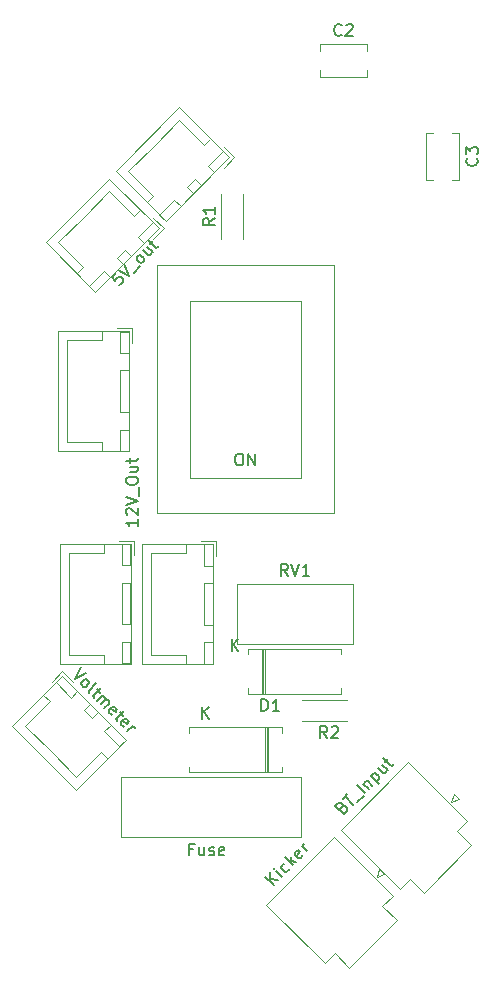
<source format=gbr>
%TF.GenerationSoftware,KiCad,Pcbnew,7.0.9*%
%TF.CreationDate,2024-12-16T14:55:57+09:00*%
%TF.ProjectId,____,fb90fa7f-2e6b-4696-9361-645f70636258,rev?*%
%TF.SameCoordinates,Original*%
%TF.FileFunction,Legend,Top*%
%TF.FilePolarity,Positive*%
%FSLAX46Y46*%
G04 Gerber Fmt 4.6, Leading zero omitted, Abs format (unit mm)*
G04 Created by KiCad (PCBNEW 7.0.9) date 2024-12-16 14:55:57*
%MOMM*%
%LPD*%
G01*
G04 APERTURE LIST*
%ADD10C,0.150000*%
%ADD11C,0.120000*%
G04 APERTURE END LIST*
D10*
X120675284Y-139962326D02*
X119968177Y-139255220D01*
X121079345Y-139558265D02*
X120372238Y-139457250D01*
X120372238Y-138851159D02*
X120372238Y-139659281D01*
X121382391Y-139255220D02*
X120910986Y-138783815D01*
X120675284Y-138548113D02*
X120675284Y-138615456D01*
X120675284Y-138615456D02*
X120742627Y-138615456D01*
X120742627Y-138615456D02*
X120742627Y-138548113D01*
X120742627Y-138548113D02*
X120675284Y-138548113D01*
X120675284Y-138548113D02*
X120742627Y-138615456D01*
X121988482Y-138581785D02*
X121954810Y-138682800D01*
X121954810Y-138682800D02*
X121820123Y-138817487D01*
X121820123Y-138817487D02*
X121719108Y-138851159D01*
X121719108Y-138851159D02*
X121651764Y-138851159D01*
X121651764Y-138851159D02*
X121550749Y-138817487D01*
X121550749Y-138817487D02*
X121348719Y-138615457D01*
X121348719Y-138615457D02*
X121315047Y-138514441D01*
X121315047Y-138514441D02*
X121315047Y-138447098D01*
X121315047Y-138447098D02*
X121348719Y-138346083D01*
X121348719Y-138346083D02*
X121483406Y-138211396D01*
X121483406Y-138211396D02*
X121584421Y-138177724D01*
X122325199Y-138312411D02*
X121618093Y-137605304D01*
X122123169Y-137975693D02*
X122594573Y-138043037D01*
X122123169Y-137571632D02*
X122123169Y-138110380D01*
X123133322Y-137436945D02*
X123099650Y-137537960D01*
X123099650Y-137537960D02*
X122964963Y-137672647D01*
X122964963Y-137672647D02*
X122863948Y-137706319D01*
X122863948Y-137706319D02*
X122762932Y-137672647D01*
X122762932Y-137672647D02*
X122493558Y-137403273D01*
X122493558Y-137403273D02*
X122459887Y-137302258D01*
X122459887Y-137302258D02*
X122493558Y-137201243D01*
X122493558Y-137201243D02*
X122628245Y-137066556D01*
X122628245Y-137066556D02*
X122729261Y-137032884D01*
X122729261Y-137032884D02*
X122830276Y-137066556D01*
X122830276Y-137066556D02*
X122897619Y-137133899D01*
X122897619Y-137133899D02*
X122628245Y-137537960D01*
X123503711Y-137133899D02*
X123032306Y-136662495D01*
X123166993Y-136797182D02*
X123133322Y-136696167D01*
X123133322Y-136696167D02*
X123133322Y-136628823D01*
X123133322Y-136628823D02*
X123166993Y-136527808D01*
X123166993Y-136527808D02*
X123234337Y-136460464D01*
X104319498Y-121557096D02*
X103848093Y-122499905D01*
X103848093Y-122499905D02*
X104790903Y-122028500D01*
X104420513Y-123072325D02*
X104386842Y-122971309D01*
X104386842Y-122971309D02*
X104386842Y-122903966D01*
X104386842Y-122903966D02*
X104420513Y-122802951D01*
X104420513Y-122802951D02*
X104622544Y-122600920D01*
X104622544Y-122600920D02*
X104723559Y-122567248D01*
X104723559Y-122567248D02*
X104790903Y-122567248D01*
X104790903Y-122567248D02*
X104891918Y-122600920D01*
X104891918Y-122600920D02*
X104992933Y-122701935D01*
X104992933Y-122701935D02*
X105026605Y-122802951D01*
X105026605Y-122802951D02*
X105026605Y-122870294D01*
X105026605Y-122870294D02*
X104992933Y-122971309D01*
X104992933Y-122971309D02*
X104790903Y-123173340D01*
X104790903Y-123173340D02*
X104689887Y-123207012D01*
X104689887Y-123207012D02*
X104622544Y-123207012D01*
X104622544Y-123207012D02*
X104521529Y-123173340D01*
X104521529Y-123173340D02*
X104420513Y-123072325D01*
X105060277Y-123712088D02*
X105026605Y-123611073D01*
X105026605Y-123611073D02*
X105060277Y-123510057D01*
X105060277Y-123510057D02*
X105666368Y-122903966D01*
X105700040Y-123409043D02*
X105969414Y-123678417D01*
X106036758Y-123274356D02*
X105430666Y-123880447D01*
X105430666Y-123880447D02*
X105396995Y-123981462D01*
X105396995Y-123981462D02*
X105430666Y-124082478D01*
X105430666Y-124082478D02*
X105498010Y-124149821D01*
X105733712Y-124385524D02*
X106205117Y-123914119D01*
X106137773Y-123981463D02*
X106205117Y-123981463D01*
X106205117Y-123981463D02*
X106306132Y-124015134D01*
X106306132Y-124015134D02*
X106407147Y-124116150D01*
X106407147Y-124116150D02*
X106440819Y-124217165D01*
X106440819Y-124217165D02*
X106407147Y-124318180D01*
X106407147Y-124318180D02*
X106036758Y-124688569D01*
X106407147Y-124318180D02*
X106508163Y-124284508D01*
X106508163Y-124284508D02*
X106609178Y-124318180D01*
X106609178Y-124318180D02*
X106710193Y-124419195D01*
X106710193Y-124419195D02*
X106743865Y-124520211D01*
X106743865Y-124520211D02*
X106710193Y-124621226D01*
X106710193Y-124621226D02*
X106339804Y-124991615D01*
X106979567Y-125564035D02*
X106878552Y-125530363D01*
X106878552Y-125530363D02*
X106743865Y-125395676D01*
X106743865Y-125395676D02*
X106710193Y-125294661D01*
X106710193Y-125294661D02*
X106743865Y-125193645D01*
X106743865Y-125193645D02*
X107013239Y-124924271D01*
X107013239Y-124924271D02*
X107114254Y-124890600D01*
X107114254Y-124890600D02*
X107215269Y-124924271D01*
X107215269Y-124924271D02*
X107349956Y-125058958D01*
X107349956Y-125058958D02*
X107383628Y-125159974D01*
X107383628Y-125159974D02*
X107349956Y-125260989D01*
X107349956Y-125260989D02*
X107282613Y-125328332D01*
X107282613Y-125328332D02*
X106878552Y-125058958D01*
X107653002Y-125362004D02*
X107922376Y-125631378D01*
X107989720Y-125227317D02*
X107383628Y-125833409D01*
X107383628Y-125833409D02*
X107349956Y-125934424D01*
X107349956Y-125934424D02*
X107383628Y-126035439D01*
X107383628Y-126035439D02*
X107450972Y-126102783D01*
X107989720Y-126574188D02*
X107888705Y-126540516D01*
X107888705Y-126540516D02*
X107754018Y-126405829D01*
X107754018Y-126405829D02*
X107720346Y-126304814D01*
X107720346Y-126304814D02*
X107754018Y-126203798D01*
X107754018Y-126203798D02*
X108023392Y-125934424D01*
X108023392Y-125934424D02*
X108124407Y-125900753D01*
X108124407Y-125900753D02*
X108225422Y-125934424D01*
X108225422Y-125934424D02*
X108360109Y-126069111D01*
X108360109Y-126069111D02*
X108393781Y-126170127D01*
X108393781Y-126170127D02*
X108360109Y-126271142D01*
X108360109Y-126271142D02*
X108292766Y-126338485D01*
X108292766Y-126338485D02*
X107888705Y-126069111D01*
X108292766Y-126944577D02*
X108764170Y-126473172D01*
X108629483Y-126607859D02*
X108730499Y-126574188D01*
X108730499Y-126574188D02*
X108797842Y-126574188D01*
X108797842Y-126574188D02*
X108898857Y-126607859D01*
X108898857Y-126607859D02*
X108966201Y-126675203D01*
X119632505Y-125245019D02*
X119632505Y-124245019D01*
X119632505Y-124245019D02*
X119870600Y-124245019D01*
X119870600Y-124245019D02*
X120013457Y-124292638D01*
X120013457Y-124292638D02*
X120108695Y-124387876D01*
X120108695Y-124387876D02*
X120156314Y-124483114D01*
X120156314Y-124483114D02*
X120203933Y-124673590D01*
X120203933Y-124673590D02*
X120203933Y-124816447D01*
X120203933Y-124816447D02*
X120156314Y-125006923D01*
X120156314Y-125006923D02*
X120108695Y-125102161D01*
X120108695Y-125102161D02*
X120013457Y-125197400D01*
X120013457Y-125197400D02*
X119870600Y-125245019D01*
X119870600Y-125245019D02*
X119632505Y-125245019D01*
X121156314Y-125245019D02*
X120584886Y-125245019D01*
X120870600Y-125245019D02*
X120870600Y-124245019D01*
X120870600Y-124245019D02*
X120775362Y-124387876D01*
X120775362Y-124387876D02*
X120680124Y-124483114D01*
X120680124Y-124483114D02*
X120584886Y-124530733D01*
X117111495Y-120149419D02*
X117111495Y-119149419D01*
X117682923Y-120149419D02*
X117254352Y-119577990D01*
X117682923Y-119149419D02*
X117111495Y-119720847D01*
X125207733Y-127505619D02*
X124874400Y-127029428D01*
X124636305Y-127505619D02*
X124636305Y-126505619D01*
X124636305Y-126505619D02*
X125017257Y-126505619D01*
X125017257Y-126505619D02*
X125112495Y-126553238D01*
X125112495Y-126553238D02*
X125160114Y-126600857D01*
X125160114Y-126600857D02*
X125207733Y-126696095D01*
X125207733Y-126696095D02*
X125207733Y-126838952D01*
X125207733Y-126838952D02*
X125160114Y-126934190D01*
X125160114Y-126934190D02*
X125112495Y-126981809D01*
X125112495Y-126981809D02*
X125017257Y-127029428D01*
X125017257Y-127029428D02*
X124636305Y-127029428D01*
X125588686Y-126600857D02*
X125636305Y-126553238D01*
X125636305Y-126553238D02*
X125731543Y-126505619D01*
X125731543Y-126505619D02*
X125969638Y-126505619D01*
X125969638Y-126505619D02*
X126064876Y-126553238D01*
X126064876Y-126553238D02*
X126112495Y-126600857D01*
X126112495Y-126600857D02*
X126160114Y-126696095D01*
X126160114Y-126696095D02*
X126160114Y-126791333D01*
X126160114Y-126791333D02*
X126112495Y-126934190D01*
X126112495Y-126934190D02*
X125541067Y-127505619D01*
X125541067Y-127505619D02*
X126160114Y-127505619D01*
X121883561Y-113787219D02*
X121550228Y-113311028D01*
X121312133Y-113787219D02*
X121312133Y-112787219D01*
X121312133Y-112787219D02*
X121693085Y-112787219D01*
X121693085Y-112787219D02*
X121788323Y-112834838D01*
X121788323Y-112834838D02*
X121835942Y-112882457D01*
X121835942Y-112882457D02*
X121883561Y-112977695D01*
X121883561Y-112977695D02*
X121883561Y-113120552D01*
X121883561Y-113120552D02*
X121835942Y-113215790D01*
X121835942Y-113215790D02*
X121788323Y-113263409D01*
X121788323Y-113263409D02*
X121693085Y-113311028D01*
X121693085Y-113311028D02*
X121312133Y-113311028D01*
X122169276Y-112787219D02*
X122502609Y-113787219D01*
X122502609Y-113787219D02*
X122835942Y-112787219D01*
X123693085Y-113787219D02*
X123121657Y-113787219D01*
X123407371Y-113787219D02*
X123407371Y-112787219D01*
X123407371Y-112787219D02*
X123312133Y-112930076D01*
X123312133Y-112930076D02*
X123216895Y-113025314D01*
X123216895Y-113025314D02*
X123121657Y-113072933D01*
X113842942Y-136938609D02*
X113509609Y-136938609D01*
X113509609Y-137462419D02*
X113509609Y-136462419D01*
X113509609Y-136462419D02*
X113985799Y-136462419D01*
X114795323Y-136795752D02*
X114795323Y-137462419D01*
X114366752Y-136795752D02*
X114366752Y-137319561D01*
X114366752Y-137319561D02*
X114414371Y-137414800D01*
X114414371Y-137414800D02*
X114509609Y-137462419D01*
X114509609Y-137462419D02*
X114652466Y-137462419D01*
X114652466Y-137462419D02*
X114747704Y-137414800D01*
X114747704Y-137414800D02*
X114795323Y-137367180D01*
X115223895Y-137414800D02*
X115319133Y-137462419D01*
X115319133Y-137462419D02*
X115509609Y-137462419D01*
X115509609Y-137462419D02*
X115604847Y-137414800D01*
X115604847Y-137414800D02*
X115652466Y-137319561D01*
X115652466Y-137319561D02*
X115652466Y-137271942D01*
X115652466Y-137271942D02*
X115604847Y-137176704D01*
X115604847Y-137176704D02*
X115509609Y-137129085D01*
X115509609Y-137129085D02*
X115366752Y-137129085D01*
X115366752Y-137129085D02*
X115271514Y-137081466D01*
X115271514Y-137081466D02*
X115223895Y-136986228D01*
X115223895Y-136986228D02*
X115223895Y-136938609D01*
X115223895Y-136938609D02*
X115271514Y-136843371D01*
X115271514Y-136843371D02*
X115366752Y-136795752D01*
X115366752Y-136795752D02*
X115509609Y-136795752D01*
X115509609Y-136795752D02*
X115604847Y-136843371D01*
X116461990Y-137414800D02*
X116366752Y-137462419D01*
X116366752Y-137462419D02*
X116176276Y-137462419D01*
X116176276Y-137462419D02*
X116081038Y-137414800D01*
X116081038Y-137414800D02*
X116033419Y-137319561D01*
X116033419Y-137319561D02*
X116033419Y-136938609D01*
X116033419Y-136938609D02*
X116081038Y-136843371D01*
X116081038Y-136843371D02*
X116176276Y-136795752D01*
X116176276Y-136795752D02*
X116366752Y-136795752D01*
X116366752Y-136795752D02*
X116461990Y-136843371D01*
X116461990Y-136843371D02*
X116509609Y-136938609D01*
X116509609Y-136938609D02*
X116509609Y-137033847D01*
X116509609Y-137033847D02*
X116033419Y-137129085D01*
X109166819Y-109018105D02*
X109166819Y-109589533D01*
X109166819Y-109303819D02*
X108166819Y-109303819D01*
X108166819Y-109303819D02*
X108309676Y-109399057D01*
X108309676Y-109399057D02*
X108404914Y-109494295D01*
X108404914Y-109494295D02*
X108452533Y-109589533D01*
X108262057Y-108637152D02*
X108214438Y-108589533D01*
X108214438Y-108589533D02*
X108166819Y-108494295D01*
X108166819Y-108494295D02*
X108166819Y-108256200D01*
X108166819Y-108256200D02*
X108214438Y-108160962D01*
X108214438Y-108160962D02*
X108262057Y-108113343D01*
X108262057Y-108113343D02*
X108357295Y-108065724D01*
X108357295Y-108065724D02*
X108452533Y-108065724D01*
X108452533Y-108065724D02*
X108595390Y-108113343D01*
X108595390Y-108113343D02*
X109166819Y-108684771D01*
X109166819Y-108684771D02*
X109166819Y-108065724D01*
X108166819Y-107780009D02*
X109166819Y-107446676D01*
X109166819Y-107446676D02*
X108166819Y-107113343D01*
X109262057Y-107018105D02*
X109262057Y-106256200D01*
X108166819Y-105827628D02*
X108166819Y-105637152D01*
X108166819Y-105637152D02*
X108214438Y-105541914D01*
X108214438Y-105541914D02*
X108309676Y-105446676D01*
X108309676Y-105446676D02*
X108500152Y-105399057D01*
X108500152Y-105399057D02*
X108833485Y-105399057D01*
X108833485Y-105399057D02*
X109023961Y-105446676D01*
X109023961Y-105446676D02*
X109119200Y-105541914D01*
X109119200Y-105541914D02*
X109166819Y-105637152D01*
X109166819Y-105637152D02*
X109166819Y-105827628D01*
X109166819Y-105827628D02*
X109119200Y-105922866D01*
X109119200Y-105922866D02*
X109023961Y-106018104D01*
X109023961Y-106018104D02*
X108833485Y-106065723D01*
X108833485Y-106065723D02*
X108500152Y-106065723D01*
X108500152Y-106065723D02*
X108309676Y-106018104D01*
X108309676Y-106018104D02*
X108214438Y-105922866D01*
X108214438Y-105922866D02*
X108166819Y-105827628D01*
X108500152Y-104541914D02*
X109166819Y-104541914D01*
X108500152Y-104970485D02*
X109023961Y-104970485D01*
X109023961Y-104970485D02*
X109119200Y-104922866D01*
X109119200Y-104922866D02*
X109166819Y-104827628D01*
X109166819Y-104827628D02*
X109166819Y-104684771D01*
X109166819Y-104684771D02*
X109119200Y-104589533D01*
X109119200Y-104589533D02*
X109071580Y-104541914D01*
X108500152Y-104208580D02*
X108500152Y-103827628D01*
X108166819Y-104065723D02*
X109023961Y-104065723D01*
X109023961Y-104065723D02*
X109119200Y-104018104D01*
X109119200Y-104018104D02*
X109166819Y-103922866D01*
X109166819Y-103922866D02*
X109166819Y-103827628D01*
X117668752Y-103448019D02*
X117859228Y-103448019D01*
X117859228Y-103448019D02*
X117954466Y-103495638D01*
X117954466Y-103495638D02*
X118049704Y-103590876D01*
X118049704Y-103590876D02*
X118097323Y-103781352D01*
X118097323Y-103781352D02*
X118097323Y-104114685D01*
X118097323Y-104114685D02*
X118049704Y-104305161D01*
X118049704Y-104305161D02*
X117954466Y-104400400D01*
X117954466Y-104400400D02*
X117859228Y-104448019D01*
X117859228Y-104448019D02*
X117668752Y-104448019D01*
X117668752Y-104448019D02*
X117573514Y-104400400D01*
X117573514Y-104400400D02*
X117478276Y-104305161D01*
X117478276Y-104305161D02*
X117430657Y-104114685D01*
X117430657Y-104114685D02*
X117430657Y-103781352D01*
X117430657Y-103781352D02*
X117478276Y-103590876D01*
X117478276Y-103590876D02*
X117573514Y-103495638D01*
X117573514Y-103495638D02*
X117668752Y-103448019D01*
X118525895Y-104448019D02*
X118525895Y-103448019D01*
X118525895Y-103448019D02*
X119097323Y-104448019D01*
X119097323Y-104448019D02*
X119097323Y-103448019D01*
X126479141Y-133366890D02*
X126613828Y-133299547D01*
X126613828Y-133299547D02*
X126681172Y-133299547D01*
X126681172Y-133299547D02*
X126782187Y-133333219D01*
X126782187Y-133333219D02*
X126883202Y-133434234D01*
X126883202Y-133434234D02*
X126916874Y-133535249D01*
X126916874Y-133535249D02*
X126916874Y-133602593D01*
X126916874Y-133602593D02*
X126883202Y-133703608D01*
X126883202Y-133703608D02*
X126613828Y-133972982D01*
X126613828Y-133972982D02*
X125906722Y-133265875D01*
X125906722Y-133265875D02*
X126142424Y-133030173D01*
X126142424Y-133030173D02*
X126243439Y-132996501D01*
X126243439Y-132996501D02*
X126310783Y-132996501D01*
X126310783Y-132996501D02*
X126411798Y-133030173D01*
X126411798Y-133030173D02*
X126479141Y-133097516D01*
X126479141Y-133097516D02*
X126512813Y-133198532D01*
X126512813Y-133198532D02*
X126512813Y-133265875D01*
X126512813Y-133265875D02*
X126479141Y-133366890D01*
X126479141Y-133366890D02*
X126243439Y-133602593D01*
X126512813Y-132659784D02*
X126916874Y-132255723D01*
X127421950Y-133164860D02*
X126714844Y-132457753D01*
X127758668Y-132962829D02*
X128297416Y-132424081D01*
X128398432Y-132188379D02*
X127691325Y-131481272D01*
X128263744Y-131380257D02*
X128735149Y-131851662D01*
X128331088Y-131447601D02*
X128331088Y-131380257D01*
X128331088Y-131380257D02*
X128364759Y-131279242D01*
X128364759Y-131279242D02*
X128465775Y-131178226D01*
X128465775Y-131178226D02*
X128566790Y-131144555D01*
X128566790Y-131144555D02*
X128667805Y-131178226D01*
X128667805Y-131178226D02*
X129038195Y-131548616D01*
X128903508Y-130740494D02*
X129610614Y-131447600D01*
X128937179Y-130774165D02*
X128970851Y-130673150D01*
X128970851Y-130673150D02*
X129105538Y-130538463D01*
X129105538Y-130538463D02*
X129206553Y-130504791D01*
X129206553Y-130504791D02*
X129273897Y-130504791D01*
X129273897Y-130504791D02*
X129374912Y-130538463D01*
X129374912Y-130538463D02*
X129576943Y-130740494D01*
X129576943Y-130740494D02*
X129610614Y-130841509D01*
X129610614Y-130841509D02*
X129610614Y-130908852D01*
X129610614Y-130908852D02*
X129576943Y-131009868D01*
X129576943Y-131009868D02*
X129442256Y-131144555D01*
X129442256Y-131144555D02*
X129341240Y-131178226D01*
X129846317Y-129797685D02*
X130317721Y-130269089D01*
X129543271Y-130100730D02*
X129913660Y-130471120D01*
X129913660Y-130471120D02*
X130014675Y-130504791D01*
X130014675Y-130504791D02*
X130115691Y-130471120D01*
X130115691Y-130471120D02*
X130216706Y-130370104D01*
X130216706Y-130370104D02*
X130250378Y-130269089D01*
X130250378Y-130269089D02*
X130250378Y-130201746D01*
X130082019Y-129561982D02*
X130351393Y-129292608D01*
X129947332Y-129225265D02*
X130553424Y-129831356D01*
X130553424Y-129831356D02*
X130654439Y-129865028D01*
X130654439Y-129865028D02*
X130755454Y-129831356D01*
X130755454Y-129831356D02*
X130822798Y-129764013D01*
X115679619Y-83529466D02*
X115203428Y-83862799D01*
X115679619Y-84100894D02*
X114679619Y-84100894D01*
X114679619Y-84100894D02*
X114679619Y-83719942D01*
X114679619Y-83719942D02*
X114727238Y-83624704D01*
X114727238Y-83624704D02*
X114774857Y-83577085D01*
X114774857Y-83577085D02*
X114870095Y-83529466D01*
X114870095Y-83529466D02*
X115012952Y-83529466D01*
X115012952Y-83529466D02*
X115108190Y-83577085D01*
X115108190Y-83577085D02*
X115155809Y-83624704D01*
X115155809Y-83624704D02*
X115203428Y-83719942D01*
X115203428Y-83719942D02*
X115203428Y-84100894D01*
X115679619Y-82577085D02*
X115679619Y-83148513D01*
X115679619Y-82862799D02*
X114679619Y-82862799D01*
X114679619Y-82862799D02*
X114822476Y-82958037D01*
X114822476Y-82958037D02*
X114917714Y-83053275D01*
X114917714Y-83053275D02*
X114965333Y-83148513D01*
X107283843Y-88134754D02*
X106947126Y-88471471D01*
X106947126Y-88471471D02*
X107250171Y-88841860D01*
X107250171Y-88841860D02*
X107250171Y-88774517D01*
X107250171Y-88774517D02*
X107283843Y-88673502D01*
X107283843Y-88673502D02*
X107452202Y-88505143D01*
X107452202Y-88505143D02*
X107553217Y-88471471D01*
X107553217Y-88471471D02*
X107620561Y-88471471D01*
X107620561Y-88471471D02*
X107721576Y-88505143D01*
X107721576Y-88505143D02*
X107889935Y-88673502D01*
X107889935Y-88673502D02*
X107923606Y-88774517D01*
X107923606Y-88774517D02*
X107923606Y-88841860D01*
X107923606Y-88841860D02*
X107889935Y-88942876D01*
X107889935Y-88942876D02*
X107721576Y-89111234D01*
X107721576Y-89111234D02*
X107620561Y-89144906D01*
X107620561Y-89144906D02*
X107553217Y-89144906D01*
X107519545Y-87899051D02*
X108462355Y-88370456D01*
X108462355Y-88370456D02*
X107990950Y-87427647D01*
X108832744Y-88134753D02*
X109371492Y-87596005D01*
X109573523Y-87259288D02*
X109472507Y-87292959D01*
X109472507Y-87292959D02*
X109405164Y-87292959D01*
X109405164Y-87292959D02*
X109304149Y-87259288D01*
X109304149Y-87259288D02*
X109102118Y-87057257D01*
X109102118Y-87057257D02*
X109068446Y-86956242D01*
X109068446Y-86956242D02*
X109068446Y-86888898D01*
X109068446Y-86888898D02*
X109102118Y-86787883D01*
X109102118Y-86787883D02*
X109203133Y-86686868D01*
X109203133Y-86686868D02*
X109304149Y-86653196D01*
X109304149Y-86653196D02*
X109371492Y-86653196D01*
X109371492Y-86653196D02*
X109472507Y-86686868D01*
X109472507Y-86686868D02*
X109674538Y-86888898D01*
X109674538Y-86888898D02*
X109708210Y-86989914D01*
X109708210Y-86989914D02*
X109708210Y-87057257D01*
X109708210Y-87057257D02*
X109674538Y-87158272D01*
X109674538Y-87158272D02*
X109573523Y-87259288D01*
X109943912Y-85946089D02*
X110415316Y-86417494D01*
X109640866Y-86249135D02*
X110011255Y-86619524D01*
X110011255Y-86619524D02*
X110112271Y-86653196D01*
X110112271Y-86653196D02*
X110213286Y-86619524D01*
X110213286Y-86619524D02*
X110314301Y-86518509D01*
X110314301Y-86518509D02*
X110347973Y-86417494D01*
X110347973Y-86417494D02*
X110347973Y-86350150D01*
X110179614Y-85710387D02*
X110448988Y-85441013D01*
X110044927Y-85373669D02*
X110651019Y-85979761D01*
X110651019Y-85979761D02*
X110752034Y-86013433D01*
X110752034Y-86013433D02*
X110853049Y-85979761D01*
X110853049Y-85979761D02*
X110920393Y-85912417D01*
X137859780Y-78454866D02*
X137907400Y-78502485D01*
X137907400Y-78502485D02*
X137955019Y-78645342D01*
X137955019Y-78645342D02*
X137955019Y-78740580D01*
X137955019Y-78740580D02*
X137907400Y-78883437D01*
X137907400Y-78883437D02*
X137812161Y-78978675D01*
X137812161Y-78978675D02*
X137716923Y-79026294D01*
X137716923Y-79026294D02*
X137526447Y-79073913D01*
X137526447Y-79073913D02*
X137383590Y-79073913D01*
X137383590Y-79073913D02*
X137193114Y-79026294D01*
X137193114Y-79026294D02*
X137097876Y-78978675D01*
X137097876Y-78978675D02*
X137002638Y-78883437D01*
X137002638Y-78883437D02*
X136955019Y-78740580D01*
X136955019Y-78740580D02*
X136955019Y-78645342D01*
X136955019Y-78645342D02*
X137002638Y-78502485D01*
X137002638Y-78502485D02*
X137050257Y-78454866D01*
X136955019Y-78121532D02*
X136955019Y-77502485D01*
X136955019Y-77502485D02*
X137335971Y-77835818D01*
X137335971Y-77835818D02*
X137335971Y-77692961D01*
X137335971Y-77692961D02*
X137383590Y-77597723D01*
X137383590Y-77597723D02*
X137431209Y-77550104D01*
X137431209Y-77550104D02*
X137526447Y-77502485D01*
X137526447Y-77502485D02*
X137764542Y-77502485D01*
X137764542Y-77502485D02*
X137859780Y-77550104D01*
X137859780Y-77550104D02*
X137907400Y-77597723D01*
X137907400Y-77597723D02*
X137955019Y-77692961D01*
X137955019Y-77692961D02*
X137955019Y-77978675D01*
X137955019Y-77978675D02*
X137907400Y-78073913D01*
X137907400Y-78073913D02*
X137859780Y-78121532D01*
X126421533Y-67989780D02*
X126373914Y-68037400D01*
X126373914Y-68037400D02*
X126231057Y-68085019D01*
X126231057Y-68085019D02*
X126135819Y-68085019D01*
X126135819Y-68085019D02*
X125992962Y-68037400D01*
X125992962Y-68037400D02*
X125897724Y-67942161D01*
X125897724Y-67942161D02*
X125850105Y-67846923D01*
X125850105Y-67846923D02*
X125802486Y-67656447D01*
X125802486Y-67656447D02*
X125802486Y-67513590D01*
X125802486Y-67513590D02*
X125850105Y-67323114D01*
X125850105Y-67323114D02*
X125897724Y-67227876D01*
X125897724Y-67227876D02*
X125992962Y-67132638D01*
X125992962Y-67132638D02*
X126135819Y-67085019D01*
X126135819Y-67085019D02*
X126231057Y-67085019D01*
X126231057Y-67085019D02*
X126373914Y-67132638D01*
X126373914Y-67132638D02*
X126421533Y-67180257D01*
X126802486Y-67180257D02*
X126850105Y-67132638D01*
X126850105Y-67132638D02*
X126945343Y-67085019D01*
X126945343Y-67085019D02*
X127183438Y-67085019D01*
X127183438Y-67085019D02*
X127278676Y-67132638D01*
X127278676Y-67132638D02*
X127326295Y-67180257D01*
X127326295Y-67180257D02*
X127373914Y-67275495D01*
X127373914Y-67275495D02*
X127373914Y-67370733D01*
X127373914Y-67370733D02*
X127326295Y-67513590D01*
X127326295Y-67513590D02*
X126754867Y-68085019D01*
X126754867Y-68085019D02*
X127373914Y-68085019D01*
X114647695Y-125880019D02*
X114647695Y-124880019D01*
X115219123Y-125880019D02*
X114790552Y-125308590D01*
X115219123Y-124880019D02*
X114647695Y-125451447D01*
D11*
%TO.C,Voltmeter*%
X102773889Y-121871802D02*
X101890006Y-122755686D01*
X102773889Y-122281924D02*
X98552462Y-126503351D01*
X98552462Y-126503351D02*
X103940616Y-131891505D01*
X102773889Y-122296066D02*
X102243559Y-122826396D01*
X102243559Y-122826396D02*
X103516351Y-124099188D01*
X101182899Y-123887056D02*
X101713229Y-124417386D01*
X101713229Y-124417386D02*
X99627264Y-126503351D01*
X99627264Y-126503351D02*
X101783940Y-128660027D01*
X103657773Y-122755686D02*
X102773889Y-121871802D01*
X104046682Y-123568858D02*
X102773889Y-122296066D01*
X103516351Y-124099188D02*
X104046682Y-123568858D01*
X105107342Y-124629518D02*
X104577012Y-125159849D01*
X104577012Y-125159849D02*
X105284118Y-125866955D01*
X105814448Y-125336625D02*
X105107342Y-124629518D01*
X105284118Y-125866955D02*
X105814448Y-125336625D01*
X106875109Y-126397285D02*
X106344779Y-126927616D01*
X106344779Y-126927616D02*
X107617571Y-128200408D01*
X106026581Y-128730738D02*
X103940616Y-130816703D01*
X103940616Y-130816703D02*
X101783940Y-128660027D01*
X108147901Y-127670078D02*
X106875109Y-126397285D01*
X107617571Y-128200408D02*
X108147901Y-127670078D01*
X106556911Y-129261068D02*
X106026581Y-128730738D01*
X108162043Y-127670078D02*
X102773889Y-122281924D01*
X103940616Y-131891505D02*
X108162043Y-127670078D01*
%TO.C,D1*%
X118533400Y-119974600D02*
X126373400Y-119974600D01*
X118533400Y-120454600D02*
X118533400Y-119974600D01*
X118533400Y-123334600D02*
X118533400Y-123814600D01*
X118533400Y-123814600D02*
X126373400Y-123814600D01*
X119673400Y-119974600D02*
X119673400Y-123814600D01*
X119793400Y-119974600D02*
X119793400Y-123814600D01*
X119913400Y-119974600D02*
X119913400Y-123814600D01*
X126373400Y-119974600D02*
X126373400Y-120454600D01*
X126373400Y-123814600D02*
X126373400Y-123334600D01*
%TO.C,R2*%
X123073400Y-124276600D02*
X126913400Y-124276600D01*
X123073400Y-126116600D02*
X126913400Y-126116600D01*
%TO.C,RV1*%
X117593800Y-114462400D02*
X117593800Y-119532400D01*
X117593800Y-114462400D02*
X127363800Y-114462400D01*
X117593800Y-119532400D02*
X127363800Y-119532400D01*
X127363800Y-114462400D02*
X127363800Y-119532400D01*
%TO.C,Fuse*%
X122978800Y-135890000D02*
X122978800Y-130810000D01*
X122978800Y-130810000D02*
X115358800Y-130810000D01*
X115358800Y-135890000D02*
X122978800Y-135890000D01*
X115358800Y-130810000D02*
X107738800Y-130810000D01*
X107738800Y-135890000D02*
X115358800Y-135890000D01*
X107738800Y-130810000D02*
X107738800Y-135890000D01*
%TO.C,12V_Out*%
X108845800Y-110815000D02*
X107595800Y-110815000D01*
X108555800Y-111105000D02*
X102585800Y-111105000D01*
X102585800Y-111105000D02*
X102585800Y-121225000D01*
X108545800Y-111115000D02*
X107795800Y-111115000D01*
X107795800Y-111115000D02*
X107795800Y-112915000D01*
X106295800Y-111115000D02*
X106295800Y-111865000D01*
X106295800Y-111865000D02*
X103345800Y-111865000D01*
X103345800Y-111865000D02*
X103345800Y-116165000D01*
X108845800Y-112065000D02*
X108845800Y-110815000D01*
X108545800Y-112915000D02*
X108545800Y-111115000D01*
X107795800Y-112915000D02*
X108545800Y-112915000D01*
X108545800Y-114415000D02*
X107795800Y-114415000D01*
X107795800Y-114415000D02*
X107795800Y-117915000D01*
X108545800Y-117915000D02*
X108545800Y-114415000D01*
X107795800Y-117915000D02*
X108545800Y-117915000D01*
X108545800Y-119415000D02*
X107795800Y-119415000D01*
X107795800Y-119415000D02*
X107795800Y-121215000D01*
X106295800Y-120465000D02*
X103345800Y-120465000D01*
X103345800Y-120465000D02*
X103345800Y-116165000D01*
X108545800Y-121215000D02*
X108545800Y-119415000D01*
X107795800Y-121215000D02*
X108545800Y-121215000D01*
X106295800Y-121215000D02*
X106295800Y-120465000D01*
X108555800Y-121225000D02*
X108555800Y-111105000D01*
X102585800Y-121225000D02*
X108555800Y-121225000D01*
%TO.C,SW2*%
X115805400Y-110840400D02*
X114555400Y-110840400D01*
X115515400Y-111130400D02*
X109545400Y-111130400D01*
X109545400Y-111130400D02*
X109545400Y-121250400D01*
X115505400Y-111140400D02*
X114755400Y-111140400D01*
X114755400Y-111140400D02*
X114755400Y-112940400D01*
X113255400Y-111140400D02*
X113255400Y-111890400D01*
X113255400Y-111890400D02*
X110305400Y-111890400D01*
X110305400Y-111890400D02*
X110305400Y-116190400D01*
X115805400Y-112090400D02*
X115805400Y-110840400D01*
X115505400Y-112940400D02*
X115505400Y-111140400D01*
X114755400Y-112940400D02*
X115505400Y-112940400D01*
X115505400Y-114440400D02*
X114755400Y-114440400D01*
X114755400Y-114440400D02*
X114755400Y-117940400D01*
X115505400Y-117940400D02*
X115505400Y-114440400D01*
X114755400Y-117940400D02*
X115505400Y-117940400D01*
X115505400Y-119440400D02*
X114755400Y-119440400D01*
X114755400Y-119440400D02*
X114755400Y-121240400D01*
X113255400Y-120490400D02*
X110305400Y-120490400D01*
X110305400Y-120490400D02*
X110305400Y-116190400D01*
X115505400Y-121240400D02*
X115505400Y-119440400D01*
X114755400Y-121240400D02*
X115505400Y-121240400D01*
X113255400Y-121240400D02*
X113255400Y-120490400D01*
X115515400Y-121250400D02*
X115515400Y-111130400D01*
X109545400Y-121250400D02*
X115515400Y-121250400D01*
%TO.C,SW1*%
X125787800Y-87493200D02*
X110787800Y-87493200D01*
X110787800Y-87493200D02*
X110787800Y-108493200D01*
X122987800Y-90493200D02*
X113587800Y-90493200D01*
X113587800Y-90493200D02*
X113587800Y-105493200D01*
X122987800Y-105493200D02*
X122987800Y-90493200D01*
X118287800Y-105493200D02*
X122987800Y-105493200D01*
X113587800Y-105493200D02*
X118287800Y-105493200D01*
X125787800Y-108493200D02*
X125787800Y-87493200D01*
X118287800Y-108493200D02*
X125787800Y-108493200D01*
X110787800Y-108493200D02*
X118287800Y-108493200D01*
%TO.C,BT_Input*%
X136332037Y-132713045D02*
X135695641Y-132925177D01*
X135907773Y-132288781D02*
X136332037Y-132713045D01*
X135695641Y-132925177D02*
X135907773Y-132288781D01*
X137046215Y-134558593D02*
X136197687Y-135407121D01*
X132082326Y-129594704D02*
X137046215Y-134558593D01*
X137399769Y-136609203D02*
X133383402Y-140625570D01*
X136197687Y-135407121D02*
X137399769Y-136609203D01*
X133383402Y-140625570D02*
X132181321Y-139423488D01*
X132181321Y-139423488D02*
X131332792Y-140272016D01*
X131332792Y-140272016D02*
X126368903Y-135308127D01*
X126368903Y-135308127D02*
X132082326Y-129594704D01*
%TO.C,R1*%
X116224800Y-85282800D02*
X116224800Y-81442800D01*
X118064800Y-85282800D02*
X118064800Y-81442800D01*
%TO.C,5V_out*%
X111376398Y-84384289D02*
X110492514Y-83500406D01*
X110966276Y-84384289D02*
X106744849Y-80162862D01*
X106744849Y-80162862D02*
X101356695Y-85551016D01*
X110952134Y-84384289D02*
X110421804Y-83853959D01*
X110421804Y-83853959D02*
X109149012Y-85126751D01*
X109361144Y-82793299D02*
X108830814Y-83323629D01*
X108830814Y-83323629D02*
X106744849Y-81237664D01*
X106744849Y-81237664D02*
X104588173Y-83394340D01*
X110492514Y-85268173D02*
X111376398Y-84384289D01*
X109679342Y-85657082D02*
X110952134Y-84384289D01*
X109149012Y-85126751D02*
X109679342Y-85657082D01*
X108618682Y-86717742D02*
X108088351Y-86187412D01*
X108088351Y-86187412D02*
X107381245Y-86894518D01*
X107911575Y-87424848D02*
X108618682Y-86717742D01*
X107381245Y-86894518D02*
X107911575Y-87424848D01*
X106850915Y-88485509D02*
X106320584Y-87955179D01*
X106320584Y-87955179D02*
X105047792Y-89227971D01*
X104517462Y-87636981D02*
X102431497Y-85551016D01*
X102431497Y-85551016D02*
X104588173Y-83394340D01*
X105578122Y-89758301D02*
X106850915Y-88485509D01*
X105047792Y-89227971D02*
X105578122Y-89758301D01*
X103987132Y-88167311D02*
X104517462Y-87636981D01*
X105578122Y-89772443D02*
X110966276Y-84384289D01*
X101356695Y-85551016D02*
X105578122Y-89772443D01*
%TO.C,C3*%
X136370200Y-76268200D02*
X135745200Y-76268200D01*
X136370200Y-76268200D02*
X136370200Y-80308200D01*
X134155200Y-76268200D02*
X133530200Y-76268200D01*
X133530200Y-76268200D02*
X133530200Y-80308200D01*
X136370200Y-80308200D02*
X135745200Y-80308200D01*
X134155200Y-80308200D02*
X133530200Y-80308200D01*
%TO.C,J4*%
X117319998Y-78364489D02*
X116436114Y-77480606D01*
X116909876Y-78364489D02*
X112688449Y-74143062D01*
X112688449Y-74143062D02*
X107300295Y-79531216D01*
X116895734Y-78364489D02*
X116365404Y-77834159D01*
X116365404Y-77834159D02*
X115092612Y-79106951D01*
X115304744Y-76773499D02*
X114774414Y-77303829D01*
X114774414Y-77303829D02*
X112688449Y-75217864D01*
X112688449Y-75217864D02*
X110531773Y-77374540D01*
X116436114Y-79248373D02*
X117319998Y-78364489D01*
X115622942Y-79637282D02*
X116895734Y-78364489D01*
X115092612Y-79106951D02*
X115622942Y-79637282D01*
X114562282Y-80697942D02*
X114031951Y-80167612D01*
X114031951Y-80167612D02*
X113324845Y-80874718D01*
X113855175Y-81405048D02*
X114562282Y-80697942D01*
X113324845Y-80874718D02*
X113855175Y-81405048D01*
X112794515Y-82465709D02*
X112264184Y-81935379D01*
X112264184Y-81935379D02*
X110991392Y-83208171D01*
X110461062Y-81617181D02*
X108375097Y-79531216D01*
X108375097Y-79531216D02*
X110531773Y-77374540D01*
X111521722Y-83738501D02*
X112794515Y-82465709D01*
X110991392Y-83208171D02*
X111521722Y-83738501D01*
X109930732Y-82147511D02*
X110461062Y-81617181D01*
X111521722Y-83752643D02*
X116909876Y-78364489D01*
X107300295Y-79531216D02*
X111521722Y-83752643D01*
%TO.C,J2*%
X108693400Y-92810200D02*
X107443400Y-92810200D01*
X108403400Y-93100200D02*
X102433400Y-93100200D01*
X102433400Y-93100200D02*
X102433400Y-103220200D01*
X108393400Y-93110200D02*
X107643400Y-93110200D01*
X107643400Y-93110200D02*
X107643400Y-94910200D01*
X106143400Y-93110200D02*
X106143400Y-93860200D01*
X106143400Y-93860200D02*
X103193400Y-93860200D01*
X103193400Y-93860200D02*
X103193400Y-98160200D01*
X108693400Y-94060200D02*
X108693400Y-92810200D01*
X108393400Y-94910200D02*
X108393400Y-93110200D01*
X107643400Y-94910200D02*
X108393400Y-94910200D01*
X108393400Y-96410200D02*
X107643400Y-96410200D01*
X107643400Y-96410200D02*
X107643400Y-99910200D01*
X108393400Y-99910200D02*
X108393400Y-96410200D01*
X107643400Y-99910200D02*
X108393400Y-99910200D01*
X108393400Y-101410200D02*
X107643400Y-101410200D01*
X107643400Y-101410200D02*
X107643400Y-103210200D01*
X106143400Y-102460200D02*
X103193400Y-102460200D01*
X103193400Y-102460200D02*
X103193400Y-98160200D01*
X108393400Y-103210200D02*
X108393400Y-101410200D01*
X107643400Y-103210200D02*
X108393400Y-103210200D01*
X106143400Y-103210200D02*
X106143400Y-102460200D01*
X108403400Y-103220200D02*
X108403400Y-93100200D01*
X102433400Y-103220200D02*
X108403400Y-103220200D01*
%TO.C,C2*%
X124568200Y-68760200D02*
X124568200Y-69385200D01*
X124568200Y-68760200D02*
X128608200Y-68760200D01*
X124568200Y-70975200D02*
X124568200Y-71600200D01*
X124568200Y-71600200D02*
X128608200Y-71600200D01*
X128608200Y-68760200D02*
X128608200Y-69385200D01*
X128608200Y-70975200D02*
X128608200Y-71600200D01*
%TO.C,D2*%
X121344200Y-130444000D02*
X113504200Y-130444000D01*
X121344200Y-129964000D02*
X121344200Y-130444000D01*
X121344200Y-127084000D02*
X121344200Y-126604000D01*
X121344200Y-126604000D02*
X113504200Y-126604000D01*
X120204200Y-130444000D02*
X120204200Y-126604000D01*
X120084200Y-130444000D02*
X120084200Y-126604000D01*
X119964200Y-130444000D02*
X119964200Y-126604000D01*
X113504200Y-130444000D02*
X113504200Y-129964000D01*
X113504200Y-126604000D02*
X113504200Y-127084000D01*
%TO.C,J3*%
X130021857Y-139058207D02*
X129385461Y-139270339D01*
X129597593Y-138633943D02*
X130021857Y-139058207D01*
X129385461Y-139270339D02*
X129597593Y-138633943D01*
X130736035Y-140903755D02*
X129887507Y-141752283D01*
X125772146Y-135939866D02*
X130736035Y-140903755D01*
X131089589Y-142954365D02*
X127073222Y-146970732D01*
X129887507Y-141752283D02*
X131089589Y-142954365D01*
X127073222Y-146970732D02*
X125871141Y-145768650D01*
X125871141Y-145768650D02*
X125022612Y-146617178D01*
X125022612Y-146617178D02*
X120058723Y-141653289D01*
X120058723Y-141653289D02*
X125772146Y-135939866D01*
%TD*%
M02*

</source>
